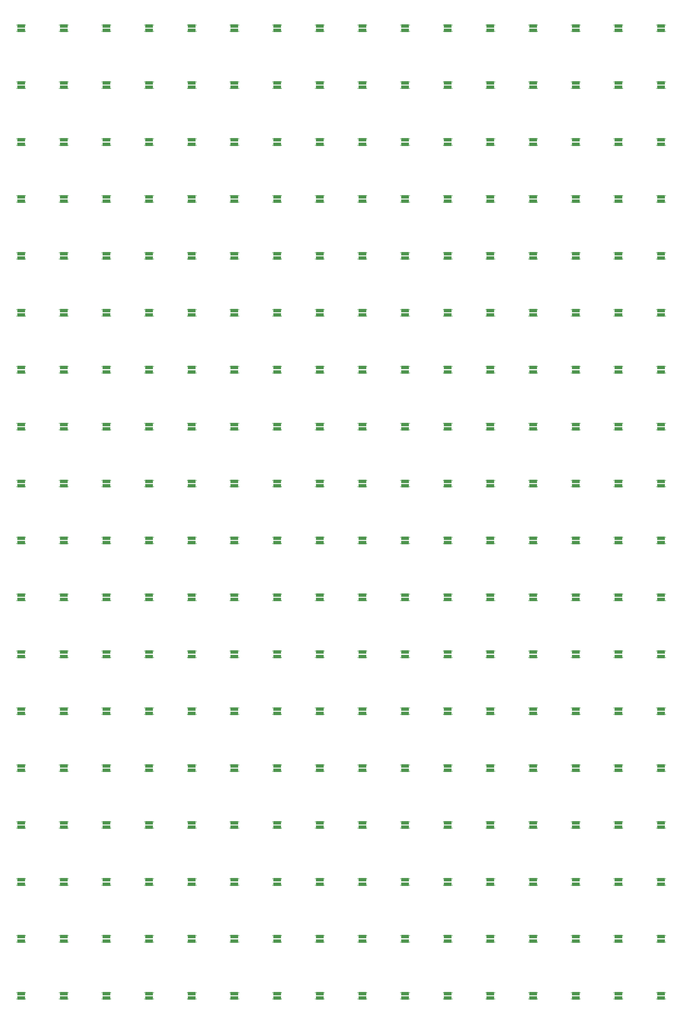
<source format=gtp>
%FSLAX25Y25*%
%MOIN*%
G70*
G01*
G75*
G04 Layer_Color=8421504*
%ADD10R,0.10827X0.16929*%
%ADD11R,0.10827X0.22835*%
%ADD12R,0.11024X0.04921*%
%ADD13R,0.01378X0.02165*%
%ADD14R,0.19685X0.39370*%
%ADD15O,0.15748X0.31102*%
%ADD16O,0.15748X0.29134*%
%ADD17C,0.23622*%
%ADD18C,0.15748*%
%ADD19C,0.01181*%
%ADD20C,0.00100*%
%ADD21C,0.03937*%
%ADD22R,0.10630X0.04528*%
%ADD23R,0.00984X0.01772*%
D22*
X-442913Y672342D02*
D03*
Y666240D02*
D03*
X-383858Y672342D02*
D03*
Y666240D02*
D03*
X-324803Y672342D02*
D03*
Y666240D02*
D03*
X-265748Y672342D02*
D03*
Y666240D02*
D03*
X-206693Y672342D02*
D03*
Y666240D02*
D03*
X-147638Y672342D02*
D03*
Y666240D02*
D03*
X-88583Y672342D02*
D03*
Y666240D02*
D03*
X-29528Y672342D02*
D03*
Y666240D02*
D03*
X29528Y672342D02*
D03*
Y666240D02*
D03*
X88583Y672342D02*
D03*
Y666240D02*
D03*
X147638Y672342D02*
D03*
Y666240D02*
D03*
X206693Y672342D02*
D03*
Y666240D02*
D03*
X265748Y672342D02*
D03*
Y666240D02*
D03*
X324803Y672342D02*
D03*
Y666240D02*
D03*
X383858Y672342D02*
D03*
Y666240D02*
D03*
X442913Y672342D02*
D03*
Y666240D02*
D03*
X-442913Y593602D02*
D03*
Y587500D02*
D03*
X-383858Y593602D02*
D03*
Y587500D02*
D03*
X-324803Y593602D02*
D03*
Y587500D02*
D03*
X-265748Y593602D02*
D03*
Y587500D02*
D03*
X-206693Y593602D02*
D03*
Y587500D02*
D03*
X-147638Y593602D02*
D03*
Y587500D02*
D03*
X-88583Y593602D02*
D03*
Y587500D02*
D03*
X-29528Y593602D02*
D03*
Y587500D02*
D03*
X29528Y593602D02*
D03*
Y587500D02*
D03*
X88583Y593602D02*
D03*
Y587500D02*
D03*
X147638Y593602D02*
D03*
Y587500D02*
D03*
X206693Y593602D02*
D03*
Y587500D02*
D03*
X265748Y593602D02*
D03*
Y587500D02*
D03*
X324803Y593602D02*
D03*
Y587500D02*
D03*
X383858Y593602D02*
D03*
Y587500D02*
D03*
X442913Y593602D02*
D03*
Y587500D02*
D03*
X-442913Y514862D02*
D03*
Y508760D02*
D03*
X-383858Y514862D02*
D03*
Y508760D02*
D03*
X-324803Y514862D02*
D03*
Y508760D02*
D03*
X-265748Y514862D02*
D03*
Y508760D02*
D03*
X-206693Y514862D02*
D03*
Y508760D02*
D03*
X-147638Y514862D02*
D03*
Y508760D02*
D03*
X-88583Y514862D02*
D03*
Y508760D02*
D03*
X-29528Y514862D02*
D03*
Y508760D02*
D03*
X29528Y514862D02*
D03*
Y508760D02*
D03*
X88583Y514862D02*
D03*
Y508760D02*
D03*
X147638Y514862D02*
D03*
Y508760D02*
D03*
X206693Y514862D02*
D03*
Y508760D02*
D03*
X265748Y514862D02*
D03*
Y508760D02*
D03*
X324803Y514862D02*
D03*
Y508760D02*
D03*
X383858Y514862D02*
D03*
Y508760D02*
D03*
X442913Y514862D02*
D03*
Y508760D02*
D03*
X-442913Y436122D02*
D03*
Y430020D02*
D03*
X-383858Y436122D02*
D03*
Y430020D02*
D03*
X-324803Y436122D02*
D03*
Y430020D02*
D03*
X-265748Y436122D02*
D03*
Y430020D02*
D03*
X-206693Y436122D02*
D03*
Y430020D02*
D03*
X-147638Y436122D02*
D03*
Y430020D02*
D03*
X-88583Y436122D02*
D03*
Y430020D02*
D03*
X-29528Y436122D02*
D03*
Y430020D02*
D03*
X29528Y436122D02*
D03*
Y430020D02*
D03*
X88583Y436122D02*
D03*
Y430020D02*
D03*
X147638Y436122D02*
D03*
Y430020D02*
D03*
X206693Y436122D02*
D03*
Y430020D02*
D03*
X265748Y436122D02*
D03*
Y430020D02*
D03*
X324803Y436122D02*
D03*
Y430020D02*
D03*
X383858Y436122D02*
D03*
Y430020D02*
D03*
X442913Y436122D02*
D03*
Y430020D02*
D03*
X-442913Y357382D02*
D03*
Y351279D02*
D03*
X-383858Y357382D02*
D03*
Y351279D02*
D03*
X-324803Y357382D02*
D03*
Y351279D02*
D03*
X-265748Y357382D02*
D03*
Y351279D02*
D03*
X-206693Y357382D02*
D03*
Y351279D02*
D03*
X-147638Y357382D02*
D03*
Y351279D02*
D03*
X-88583Y357382D02*
D03*
Y351279D02*
D03*
X-29528Y357382D02*
D03*
Y351279D02*
D03*
X29528Y357382D02*
D03*
Y351279D02*
D03*
X88583Y357382D02*
D03*
Y351279D02*
D03*
X147638Y357382D02*
D03*
Y351279D02*
D03*
X206693Y357382D02*
D03*
Y351279D02*
D03*
X265748Y357382D02*
D03*
Y351279D02*
D03*
X324803Y357382D02*
D03*
Y351279D02*
D03*
X383858Y357382D02*
D03*
Y351279D02*
D03*
X442913Y357382D02*
D03*
Y351279D02*
D03*
X-442913Y278642D02*
D03*
Y272539D02*
D03*
X-383858Y278642D02*
D03*
Y272539D02*
D03*
X-324803Y278642D02*
D03*
Y272539D02*
D03*
X-265748Y278642D02*
D03*
Y272539D02*
D03*
X-206693Y278642D02*
D03*
Y272539D02*
D03*
X-147638Y278642D02*
D03*
Y272539D02*
D03*
X-88583Y278642D02*
D03*
Y272539D02*
D03*
X-29528Y278642D02*
D03*
Y272539D02*
D03*
X29528Y278642D02*
D03*
Y272539D02*
D03*
X88583Y278642D02*
D03*
Y272539D02*
D03*
X147638Y278642D02*
D03*
Y272539D02*
D03*
X206693Y278642D02*
D03*
Y272539D02*
D03*
X265748Y278642D02*
D03*
Y272539D02*
D03*
X324803Y278642D02*
D03*
Y272539D02*
D03*
X383858Y278642D02*
D03*
Y272539D02*
D03*
X442913Y278642D02*
D03*
Y272539D02*
D03*
X-442913Y199901D02*
D03*
Y193799D02*
D03*
X-383858Y199901D02*
D03*
Y193799D02*
D03*
X-324803Y199901D02*
D03*
Y193799D02*
D03*
X-265748Y199901D02*
D03*
Y193799D02*
D03*
X-206693Y199901D02*
D03*
Y193799D02*
D03*
X-147638Y199901D02*
D03*
Y193799D02*
D03*
X-88583Y199901D02*
D03*
Y193799D02*
D03*
X-29528Y199901D02*
D03*
Y193799D02*
D03*
X29528Y199901D02*
D03*
Y193799D02*
D03*
X88583Y199901D02*
D03*
Y193799D02*
D03*
X147638Y199901D02*
D03*
Y193799D02*
D03*
X206693Y199901D02*
D03*
Y193799D02*
D03*
X265748Y199901D02*
D03*
Y193799D02*
D03*
X324803Y199901D02*
D03*
Y193799D02*
D03*
X383858Y199901D02*
D03*
Y193799D02*
D03*
X442913Y199901D02*
D03*
Y193799D02*
D03*
X-442913Y121161D02*
D03*
Y115059D02*
D03*
X-383858Y121161D02*
D03*
Y115059D02*
D03*
X-324803Y121161D02*
D03*
Y115059D02*
D03*
X-265748Y121161D02*
D03*
Y115059D02*
D03*
X-206693Y121161D02*
D03*
Y115059D02*
D03*
X-147638Y121161D02*
D03*
Y115059D02*
D03*
X-88583Y121161D02*
D03*
Y115059D02*
D03*
X-29528Y121161D02*
D03*
Y115059D02*
D03*
X29528Y121161D02*
D03*
Y115059D02*
D03*
X88583Y121161D02*
D03*
Y115059D02*
D03*
X147638Y121161D02*
D03*
Y115059D02*
D03*
X206693Y121161D02*
D03*
Y115059D02*
D03*
X265748Y121161D02*
D03*
Y115059D02*
D03*
X324803Y121161D02*
D03*
Y115059D02*
D03*
X383858Y121161D02*
D03*
Y115059D02*
D03*
X442913Y121161D02*
D03*
Y115059D02*
D03*
X-442913Y42421D02*
D03*
Y36319D02*
D03*
X-383858Y42421D02*
D03*
Y36319D02*
D03*
X-324803Y42421D02*
D03*
Y36319D02*
D03*
X-265748Y42421D02*
D03*
Y36319D02*
D03*
X-206693Y42421D02*
D03*
Y36319D02*
D03*
X-147638Y42421D02*
D03*
Y36319D02*
D03*
X-88583Y42421D02*
D03*
Y36319D02*
D03*
X-29528Y42421D02*
D03*
Y36319D02*
D03*
X29528Y42421D02*
D03*
Y36319D02*
D03*
X88583Y42421D02*
D03*
Y36319D02*
D03*
X147638Y42421D02*
D03*
Y36319D02*
D03*
X206693Y42421D02*
D03*
Y36319D02*
D03*
X265748Y42421D02*
D03*
Y36319D02*
D03*
X324803Y42421D02*
D03*
Y36319D02*
D03*
X383858Y42421D02*
D03*
Y36319D02*
D03*
X442913Y42421D02*
D03*
Y36319D02*
D03*
X-442913Y-36319D02*
D03*
Y-42421D02*
D03*
X-383858Y-36319D02*
D03*
Y-42421D02*
D03*
X-324803Y-36319D02*
D03*
Y-42421D02*
D03*
X-265748Y-36319D02*
D03*
Y-42421D02*
D03*
X-206693Y-36319D02*
D03*
Y-42421D02*
D03*
X-147638Y-36319D02*
D03*
Y-42421D02*
D03*
X-88583Y-36319D02*
D03*
Y-42421D02*
D03*
X-29528Y-36319D02*
D03*
Y-42421D02*
D03*
X29528Y-36319D02*
D03*
Y-42421D02*
D03*
X88583Y-36319D02*
D03*
Y-42421D02*
D03*
X147638Y-36319D02*
D03*
Y-42421D02*
D03*
X206693Y-36319D02*
D03*
Y-42421D02*
D03*
X265748Y-36319D02*
D03*
Y-42421D02*
D03*
X324803Y-36319D02*
D03*
Y-42421D02*
D03*
X383858Y-36319D02*
D03*
Y-42421D02*
D03*
X442913Y-36319D02*
D03*
Y-42421D02*
D03*
X-442913Y-115059D02*
D03*
Y-121161D02*
D03*
X-383858Y-115059D02*
D03*
Y-121161D02*
D03*
X-324803Y-115059D02*
D03*
Y-121161D02*
D03*
X-265748Y-115059D02*
D03*
Y-121161D02*
D03*
X-206693Y-115059D02*
D03*
Y-121161D02*
D03*
X-147638Y-115059D02*
D03*
Y-121161D02*
D03*
X-88583Y-115059D02*
D03*
Y-121161D02*
D03*
X-29528Y-115059D02*
D03*
Y-121161D02*
D03*
X29528Y-115059D02*
D03*
Y-121161D02*
D03*
X88583Y-115059D02*
D03*
Y-121161D02*
D03*
X147638Y-115059D02*
D03*
Y-121161D02*
D03*
X206693Y-115059D02*
D03*
Y-121161D02*
D03*
X265748Y-115059D02*
D03*
Y-121161D02*
D03*
X324803Y-115059D02*
D03*
Y-121161D02*
D03*
X383858Y-115059D02*
D03*
Y-121161D02*
D03*
X442913Y-115059D02*
D03*
Y-121161D02*
D03*
X-442913Y-193799D02*
D03*
Y-199902D02*
D03*
X-383858Y-193799D02*
D03*
Y-199902D02*
D03*
X-324803Y-193799D02*
D03*
Y-199902D02*
D03*
X-265748Y-193799D02*
D03*
Y-199902D02*
D03*
X-206693Y-193799D02*
D03*
Y-199902D02*
D03*
X-147638Y-193799D02*
D03*
Y-199902D02*
D03*
X-88583Y-193799D02*
D03*
Y-199902D02*
D03*
X-29528Y-193799D02*
D03*
Y-199902D02*
D03*
X29528Y-193799D02*
D03*
Y-199902D02*
D03*
X88583Y-193799D02*
D03*
Y-199902D02*
D03*
X147638Y-193799D02*
D03*
Y-199902D02*
D03*
X206693Y-193799D02*
D03*
Y-199902D02*
D03*
X265748Y-193799D02*
D03*
Y-199902D02*
D03*
X324803Y-193799D02*
D03*
Y-199902D02*
D03*
X383858Y-193799D02*
D03*
Y-199902D02*
D03*
X442913Y-193799D02*
D03*
Y-199902D02*
D03*
X-442913Y-272539D02*
D03*
Y-278642D02*
D03*
X-383858Y-272539D02*
D03*
Y-278642D02*
D03*
X-324803Y-272539D02*
D03*
Y-278642D02*
D03*
X-265748Y-272539D02*
D03*
Y-278642D02*
D03*
X-206693Y-272539D02*
D03*
Y-278642D02*
D03*
X-147638Y-272539D02*
D03*
Y-278642D02*
D03*
X-88583Y-272539D02*
D03*
Y-278642D02*
D03*
X-29528Y-272539D02*
D03*
Y-278642D02*
D03*
X29528Y-272539D02*
D03*
Y-278642D02*
D03*
X88583Y-272539D02*
D03*
Y-278642D02*
D03*
X147638Y-272539D02*
D03*
Y-278642D02*
D03*
X206693Y-272539D02*
D03*
Y-278642D02*
D03*
X265748Y-272539D02*
D03*
Y-278642D02*
D03*
X324803Y-272539D02*
D03*
Y-278642D02*
D03*
X383858Y-272539D02*
D03*
Y-278642D02*
D03*
X442913Y-272539D02*
D03*
Y-278642D02*
D03*
X-442913Y-351280D02*
D03*
Y-357382D02*
D03*
X-383858Y-351280D02*
D03*
Y-357382D02*
D03*
X-324803Y-351280D02*
D03*
Y-357382D02*
D03*
X-265748Y-351280D02*
D03*
Y-357382D02*
D03*
X-206693Y-351280D02*
D03*
Y-357382D02*
D03*
X-147638Y-351280D02*
D03*
Y-357382D02*
D03*
X-88583Y-351280D02*
D03*
Y-357382D02*
D03*
X-29528Y-351280D02*
D03*
Y-357382D02*
D03*
X29528Y-351280D02*
D03*
Y-357382D02*
D03*
X88583Y-351280D02*
D03*
Y-357382D02*
D03*
X147638Y-351280D02*
D03*
Y-357382D02*
D03*
X206693Y-351280D02*
D03*
Y-357382D02*
D03*
X265748Y-351280D02*
D03*
Y-357382D02*
D03*
X324803Y-351280D02*
D03*
Y-357382D02*
D03*
X383858Y-351280D02*
D03*
Y-357382D02*
D03*
X442913Y-351280D02*
D03*
Y-357382D02*
D03*
X-442913Y-430020D02*
D03*
Y-436122D02*
D03*
X-383858Y-430020D02*
D03*
Y-436122D02*
D03*
X-324803Y-430020D02*
D03*
Y-436122D02*
D03*
X-265748Y-430020D02*
D03*
Y-436122D02*
D03*
X-206693Y-430020D02*
D03*
Y-436122D02*
D03*
X-147638Y-430020D02*
D03*
Y-436122D02*
D03*
X-88583Y-430020D02*
D03*
Y-436122D02*
D03*
X-29528Y-430020D02*
D03*
Y-436122D02*
D03*
X29528Y-430020D02*
D03*
Y-436122D02*
D03*
X88583Y-430020D02*
D03*
Y-436122D02*
D03*
X147638Y-430020D02*
D03*
Y-436122D02*
D03*
X206693Y-430020D02*
D03*
Y-436122D02*
D03*
X265748Y-430020D02*
D03*
Y-436122D02*
D03*
X324803Y-430020D02*
D03*
Y-436122D02*
D03*
X383858Y-430020D02*
D03*
Y-436122D02*
D03*
X442913Y-430020D02*
D03*
Y-436122D02*
D03*
X-442913Y-508760D02*
D03*
Y-514862D02*
D03*
X-383858Y-508760D02*
D03*
Y-514862D02*
D03*
X-324803Y-508760D02*
D03*
Y-514862D02*
D03*
X-265748Y-508760D02*
D03*
Y-514862D02*
D03*
X-206693Y-508760D02*
D03*
Y-514862D02*
D03*
X-147638Y-508760D02*
D03*
Y-514862D02*
D03*
X-88583Y-508760D02*
D03*
Y-514862D02*
D03*
X-29528Y-508760D02*
D03*
Y-514862D02*
D03*
X29528Y-508760D02*
D03*
Y-514862D02*
D03*
X88583Y-508760D02*
D03*
Y-514862D02*
D03*
X147638Y-508760D02*
D03*
Y-514862D02*
D03*
X206693Y-508760D02*
D03*
Y-514862D02*
D03*
X265748Y-508760D02*
D03*
Y-514862D02*
D03*
X324803Y-508760D02*
D03*
Y-514862D02*
D03*
X383858Y-508760D02*
D03*
Y-514862D02*
D03*
X442913Y-508760D02*
D03*
Y-514862D02*
D03*
X-442913Y-587500D02*
D03*
Y-593602D02*
D03*
X-383858Y-587500D02*
D03*
Y-593602D02*
D03*
X-324803Y-587500D02*
D03*
Y-593602D02*
D03*
X-265748Y-587500D02*
D03*
Y-593602D02*
D03*
X-206693Y-587500D02*
D03*
Y-593602D02*
D03*
X-147638Y-587500D02*
D03*
Y-593602D02*
D03*
X-88583Y-587500D02*
D03*
Y-593602D02*
D03*
X-29528Y-587500D02*
D03*
Y-593602D02*
D03*
X29528Y-587500D02*
D03*
Y-593602D02*
D03*
X88583Y-587500D02*
D03*
Y-593602D02*
D03*
X147638Y-587500D02*
D03*
Y-593602D02*
D03*
X206693Y-587500D02*
D03*
Y-593602D02*
D03*
X265748Y-587500D02*
D03*
Y-593602D02*
D03*
X324803Y-587500D02*
D03*
Y-593602D02*
D03*
X383858Y-587500D02*
D03*
Y-593602D02*
D03*
X442913Y-587500D02*
D03*
Y-593602D02*
D03*
X-442913Y-666240D02*
D03*
Y-672342D02*
D03*
X-383858Y-666240D02*
D03*
Y-672342D02*
D03*
X-324803Y-666240D02*
D03*
Y-672342D02*
D03*
X-265748Y-666240D02*
D03*
Y-672342D02*
D03*
X-206693Y-666240D02*
D03*
Y-672342D02*
D03*
X-147638Y-666240D02*
D03*
Y-672342D02*
D03*
X-88583Y-666240D02*
D03*
Y-672342D02*
D03*
X-29528Y-666240D02*
D03*
Y-672342D02*
D03*
X29528Y-666240D02*
D03*
Y-672342D02*
D03*
X88583Y-666240D02*
D03*
Y-672342D02*
D03*
X147638Y-666240D02*
D03*
Y-672342D02*
D03*
X206693Y-666240D02*
D03*
Y-672342D02*
D03*
X265748Y-666240D02*
D03*
Y-672342D02*
D03*
X324803Y-666240D02*
D03*
Y-672342D02*
D03*
X383858Y-666240D02*
D03*
Y-672342D02*
D03*
X442913Y-666240D02*
D03*
Y-672342D02*
D03*
D23*
X-449114Y673721D02*
D03*
X-436713D02*
D03*
X-449114Y664862D02*
D03*
X-436713D02*
D03*
X-390059Y673721D02*
D03*
X-377658D02*
D03*
X-390059Y664862D02*
D03*
X-377658D02*
D03*
X-331004Y673721D02*
D03*
X-318602D02*
D03*
X-331004Y664862D02*
D03*
X-318602D02*
D03*
X-271949Y673721D02*
D03*
X-259547D02*
D03*
X-271949Y664862D02*
D03*
X-259547D02*
D03*
X-212894Y673721D02*
D03*
X-200492D02*
D03*
X-212894Y664862D02*
D03*
X-200492D02*
D03*
X-153839Y673721D02*
D03*
X-141437D02*
D03*
X-153839Y664862D02*
D03*
X-141437D02*
D03*
X-94784Y673721D02*
D03*
X-82382D02*
D03*
X-94784Y664862D02*
D03*
X-82382D02*
D03*
X-35728Y673721D02*
D03*
X-23327D02*
D03*
X-35728Y664862D02*
D03*
X-23327D02*
D03*
X23327Y673720D02*
D03*
X35728D02*
D03*
X23327Y664862D02*
D03*
X35728D02*
D03*
X82382Y673720D02*
D03*
X94784D02*
D03*
X82382Y664862D02*
D03*
X94784D02*
D03*
X141437Y673720D02*
D03*
X153839D02*
D03*
X141437Y664862D02*
D03*
X153839D02*
D03*
X200492Y673720D02*
D03*
X212894D02*
D03*
X200492Y664862D02*
D03*
X212894D02*
D03*
X259547Y673720D02*
D03*
X271949D02*
D03*
X259547Y664862D02*
D03*
X271949D02*
D03*
X318602Y673720D02*
D03*
X331004D02*
D03*
X318602Y664862D02*
D03*
X331004D02*
D03*
X377658Y673720D02*
D03*
X390059D02*
D03*
X377658Y664862D02*
D03*
X390059D02*
D03*
X436713Y673720D02*
D03*
X449114D02*
D03*
X436713Y664862D02*
D03*
X449114D02*
D03*
X-449114Y594980D02*
D03*
X-436713D02*
D03*
X-449114Y586122D02*
D03*
X-436713D02*
D03*
X-390059Y594980D02*
D03*
X-377658D02*
D03*
X-390059Y586122D02*
D03*
X-377658D02*
D03*
X-331004Y594980D02*
D03*
X-318602D02*
D03*
X-331004Y586122D02*
D03*
X-318602D02*
D03*
X-271949Y594980D02*
D03*
X-259547D02*
D03*
X-271949Y586122D02*
D03*
X-259547D02*
D03*
X-212894Y594980D02*
D03*
X-200492D02*
D03*
X-212894Y586122D02*
D03*
X-200492D02*
D03*
X-153839Y594980D02*
D03*
X-141437D02*
D03*
X-153839Y586122D02*
D03*
X-141437D02*
D03*
X-94784Y594980D02*
D03*
X-82382D02*
D03*
X-94784Y586122D02*
D03*
X-82382D02*
D03*
X-35728Y594980D02*
D03*
X-23327D02*
D03*
X-35728Y586122D02*
D03*
X-23327D02*
D03*
X23327Y594980D02*
D03*
X35728D02*
D03*
X23327Y586122D02*
D03*
X35728D02*
D03*
X82382Y594980D02*
D03*
X94784D02*
D03*
X82382Y586122D02*
D03*
X94784D02*
D03*
X141437Y594980D02*
D03*
X153839D02*
D03*
X141437Y586122D02*
D03*
X153839D02*
D03*
X200492Y594980D02*
D03*
X212894D02*
D03*
X200492Y586122D02*
D03*
X212894D02*
D03*
X259547Y594980D02*
D03*
X271949D02*
D03*
X259547Y586122D02*
D03*
X271949D02*
D03*
X318602Y594980D02*
D03*
X331004D02*
D03*
X318602Y586122D02*
D03*
X331004D02*
D03*
X377658Y594980D02*
D03*
X390059D02*
D03*
X377658Y586122D02*
D03*
X390059D02*
D03*
X436713Y594980D02*
D03*
X449114D02*
D03*
X436713Y586122D02*
D03*
X449114D02*
D03*
X-449114Y516240D02*
D03*
X-436713D02*
D03*
X-449114Y507382D02*
D03*
X-436713D02*
D03*
X-390059Y516240D02*
D03*
X-377658D02*
D03*
X-390059Y507382D02*
D03*
X-377658D02*
D03*
X-331004Y516240D02*
D03*
X-318602D02*
D03*
X-331004Y507382D02*
D03*
X-318602D02*
D03*
X-271949Y516240D02*
D03*
X-259547D02*
D03*
X-271949Y507382D02*
D03*
X-259547D02*
D03*
X-212894Y516240D02*
D03*
X-200492D02*
D03*
X-212894Y507382D02*
D03*
X-200492D02*
D03*
X-153839Y516240D02*
D03*
X-141437D02*
D03*
X-153839Y507382D02*
D03*
X-141437D02*
D03*
X-94784Y516240D02*
D03*
X-82382D02*
D03*
X-94784Y507382D02*
D03*
X-82382D02*
D03*
X-35728Y516240D02*
D03*
X-23327D02*
D03*
X-35728Y507382D02*
D03*
X-23327D02*
D03*
X23327Y516240D02*
D03*
X35728D02*
D03*
X23327Y507382D02*
D03*
X35728D02*
D03*
X82382Y516240D02*
D03*
X94784D02*
D03*
X82382Y507382D02*
D03*
X94784D02*
D03*
X141437Y516240D02*
D03*
X153839D02*
D03*
X141437Y507382D02*
D03*
X153839D02*
D03*
X200492Y516240D02*
D03*
X212894D02*
D03*
X200492Y507382D02*
D03*
X212894D02*
D03*
X259547Y516240D02*
D03*
X271949D02*
D03*
X259547Y507382D02*
D03*
X271949D02*
D03*
X318602Y516240D02*
D03*
X331004D02*
D03*
X318602Y507382D02*
D03*
X331004D02*
D03*
X377658Y516240D02*
D03*
X390059D02*
D03*
X377658Y507382D02*
D03*
X390059D02*
D03*
X436713Y516240D02*
D03*
X449114D02*
D03*
X436713Y507382D02*
D03*
X449114D02*
D03*
X-449114Y437500D02*
D03*
X-436713D02*
D03*
X-449114Y428642D02*
D03*
X-436713D02*
D03*
X-390059Y437500D02*
D03*
X-377658D02*
D03*
X-390059Y428642D02*
D03*
X-377658D02*
D03*
X-331004Y437500D02*
D03*
X-318602D02*
D03*
X-331004Y428642D02*
D03*
X-318602D02*
D03*
X-271949Y437500D02*
D03*
X-259547D02*
D03*
X-271949Y428642D02*
D03*
X-259547D02*
D03*
X-212894Y437500D02*
D03*
X-200492D02*
D03*
X-212894Y428642D02*
D03*
X-200492D02*
D03*
X-153839Y437500D02*
D03*
X-141437D02*
D03*
X-153839Y428642D02*
D03*
X-141437D02*
D03*
X-94784Y437500D02*
D03*
X-82382D02*
D03*
X-94784Y428642D02*
D03*
X-82382D02*
D03*
X-35728Y437500D02*
D03*
X-23327D02*
D03*
X-35728Y428642D02*
D03*
X-23327D02*
D03*
X23327Y437500D02*
D03*
X35728D02*
D03*
X23327Y428642D02*
D03*
X35728D02*
D03*
X82382Y437500D02*
D03*
X94784D02*
D03*
X82382Y428642D02*
D03*
X94784D02*
D03*
X141437Y437500D02*
D03*
X153839D02*
D03*
X141437Y428642D02*
D03*
X153839D02*
D03*
X200492Y437500D02*
D03*
X212894D02*
D03*
X200492Y428642D02*
D03*
X212894D02*
D03*
X259547Y437500D02*
D03*
X271949D02*
D03*
X259547Y428642D02*
D03*
X271949D02*
D03*
X318602Y437500D02*
D03*
X331004D02*
D03*
X318602Y428642D02*
D03*
X331004D02*
D03*
X377658Y437500D02*
D03*
X390059D02*
D03*
X377658Y428642D02*
D03*
X390059D02*
D03*
X436713Y437500D02*
D03*
X449114D02*
D03*
X436713Y428642D02*
D03*
X449114D02*
D03*
X-449114Y358760D02*
D03*
X-436713D02*
D03*
X-449114Y349902D02*
D03*
X-436713D02*
D03*
X-390059Y358760D02*
D03*
X-377658D02*
D03*
X-390059Y349902D02*
D03*
X-377658D02*
D03*
X-331004Y358760D02*
D03*
X-318602D02*
D03*
X-331004Y349902D02*
D03*
X-318602D02*
D03*
X-271949Y358760D02*
D03*
X-259547D02*
D03*
X-271949Y349902D02*
D03*
X-259547D02*
D03*
X-212894Y358760D02*
D03*
X-200492D02*
D03*
X-212894Y349902D02*
D03*
X-200492D02*
D03*
X-153839Y358760D02*
D03*
X-141437D02*
D03*
X-153839Y349902D02*
D03*
X-141437D02*
D03*
X-94784Y358760D02*
D03*
X-82382D02*
D03*
X-94784Y349902D02*
D03*
X-82382D02*
D03*
X-35728Y358760D02*
D03*
X-23327D02*
D03*
X-35728Y349902D02*
D03*
X-23327D02*
D03*
X23327Y358760D02*
D03*
X35728D02*
D03*
X23327Y349902D02*
D03*
X35728D02*
D03*
X82382Y358760D02*
D03*
X94784D02*
D03*
X82382Y349902D02*
D03*
X94784D02*
D03*
X141437Y358760D02*
D03*
X153839D02*
D03*
X141437Y349902D02*
D03*
X153839D02*
D03*
X200492Y358760D02*
D03*
X212894D02*
D03*
X200492Y349902D02*
D03*
X212894D02*
D03*
X259547Y358760D02*
D03*
X271949D02*
D03*
X259547Y349902D02*
D03*
X271949D02*
D03*
X318602Y358760D02*
D03*
X331004D02*
D03*
X318602Y349902D02*
D03*
X331004D02*
D03*
X377658Y358760D02*
D03*
X390059D02*
D03*
X377658Y349902D02*
D03*
X390059D02*
D03*
X436713Y358760D02*
D03*
X449114D02*
D03*
X436713Y349902D02*
D03*
X449114D02*
D03*
X-449114Y280020D02*
D03*
X-436713D02*
D03*
X-449114Y271161D02*
D03*
X-436713D02*
D03*
X-390059Y280020D02*
D03*
X-377658D02*
D03*
X-390059Y271161D02*
D03*
X-377658D02*
D03*
X-331004Y280020D02*
D03*
X-318602D02*
D03*
X-331004Y271161D02*
D03*
X-318602D02*
D03*
X-271949Y280020D02*
D03*
X-259547D02*
D03*
X-271949Y271161D02*
D03*
X-259547D02*
D03*
X-212894Y280020D02*
D03*
X-200492D02*
D03*
X-212894Y271161D02*
D03*
X-200492D02*
D03*
X-153839Y280020D02*
D03*
X-141437D02*
D03*
X-153839Y271161D02*
D03*
X-141437D02*
D03*
X-94784Y280020D02*
D03*
X-82382D02*
D03*
X-94784Y271161D02*
D03*
X-82382D02*
D03*
X-35728Y280020D02*
D03*
X-23327D02*
D03*
X-35728Y271161D02*
D03*
X-23327D02*
D03*
X23327Y280020D02*
D03*
X35728D02*
D03*
X23327Y271161D02*
D03*
X35728D02*
D03*
X82382Y280020D02*
D03*
X94784D02*
D03*
X82382Y271161D02*
D03*
X94784D02*
D03*
X141437Y280020D02*
D03*
X153839D02*
D03*
X141437Y271161D02*
D03*
X153839D02*
D03*
X200492Y280020D02*
D03*
X212894D02*
D03*
X200492Y271161D02*
D03*
X212894D02*
D03*
X259547Y280020D02*
D03*
X271949D02*
D03*
X259547Y271161D02*
D03*
X271949D02*
D03*
X318602Y280020D02*
D03*
X331004D02*
D03*
X318602Y271161D02*
D03*
X331004D02*
D03*
X377658Y280020D02*
D03*
X390059D02*
D03*
X377658Y271161D02*
D03*
X390059D02*
D03*
X436713Y280020D02*
D03*
X449114D02*
D03*
X436713Y271161D02*
D03*
X449114D02*
D03*
X-449114Y201279D02*
D03*
X-436713D02*
D03*
X-449114Y192421D02*
D03*
X-436713D02*
D03*
X-390059Y201279D02*
D03*
X-377658D02*
D03*
X-390059Y192421D02*
D03*
X-377658D02*
D03*
X-331004Y201279D02*
D03*
X-318602D02*
D03*
X-331004Y192421D02*
D03*
X-318602D02*
D03*
X-271949Y201279D02*
D03*
X-259547D02*
D03*
X-271949Y192421D02*
D03*
X-259547D02*
D03*
X-212894Y201279D02*
D03*
X-200492D02*
D03*
X-212894Y192421D02*
D03*
X-200492D02*
D03*
X-153839Y201279D02*
D03*
X-141437D02*
D03*
X-153839Y192421D02*
D03*
X-141437D02*
D03*
X-94784Y201279D02*
D03*
X-82382D02*
D03*
X-94784Y192421D02*
D03*
X-82382D02*
D03*
X-35728Y201279D02*
D03*
X-23327D02*
D03*
X-35728Y192421D02*
D03*
X-23327D02*
D03*
X23327Y201279D02*
D03*
X35728D02*
D03*
X23327Y192421D02*
D03*
X35728D02*
D03*
X82382Y201279D02*
D03*
X94784D02*
D03*
X82382Y192421D02*
D03*
X94784D02*
D03*
X141437Y201279D02*
D03*
X153839D02*
D03*
X141437Y192421D02*
D03*
X153839D02*
D03*
X200492Y201279D02*
D03*
X212894D02*
D03*
X200492Y192421D02*
D03*
X212894D02*
D03*
X259547Y201279D02*
D03*
X271949D02*
D03*
X259547Y192421D02*
D03*
X271949D02*
D03*
X318602Y201279D02*
D03*
X331004D02*
D03*
X318602Y192421D02*
D03*
X331004D02*
D03*
X377658Y201279D02*
D03*
X390059D02*
D03*
X377658Y192421D02*
D03*
X390059D02*
D03*
X436713Y201279D02*
D03*
X449114D02*
D03*
X436713Y192421D02*
D03*
X449114D02*
D03*
X-449114Y122539D02*
D03*
X-436713D02*
D03*
X-449114Y113681D02*
D03*
X-436713D02*
D03*
X-390059Y122539D02*
D03*
X-377658D02*
D03*
X-390059Y113681D02*
D03*
X-377658D02*
D03*
X-331004Y122539D02*
D03*
X-318602D02*
D03*
X-331004Y113681D02*
D03*
X-318602D02*
D03*
X-271949Y122539D02*
D03*
X-259547D02*
D03*
X-271949Y113681D02*
D03*
X-259547D02*
D03*
X-212894Y122539D02*
D03*
X-200492D02*
D03*
X-212894Y113681D02*
D03*
X-200492D02*
D03*
X-153839Y122539D02*
D03*
X-141437D02*
D03*
X-153839Y113681D02*
D03*
X-141437D02*
D03*
X-94784Y122539D02*
D03*
X-82382D02*
D03*
X-94784Y113681D02*
D03*
X-82382D02*
D03*
X-35728Y122539D02*
D03*
X-23327D02*
D03*
X-35728Y113681D02*
D03*
X-23327D02*
D03*
X23327Y122539D02*
D03*
X35728D02*
D03*
X23327Y113681D02*
D03*
X35728D02*
D03*
X82382Y122539D02*
D03*
X94784D02*
D03*
X82382Y113681D02*
D03*
X94784D02*
D03*
X141437Y122539D02*
D03*
X153839D02*
D03*
X141437Y113681D02*
D03*
X153839D02*
D03*
X200492Y122539D02*
D03*
X212894D02*
D03*
X200492Y113681D02*
D03*
X212894D02*
D03*
X259547Y122539D02*
D03*
X271949D02*
D03*
X259547Y113681D02*
D03*
X271949D02*
D03*
X318602Y122539D02*
D03*
X331004D02*
D03*
X318602Y113681D02*
D03*
X331004D02*
D03*
X377658Y122539D02*
D03*
X390059D02*
D03*
X377658Y113681D02*
D03*
X390059D02*
D03*
X436713Y122539D02*
D03*
X449114D02*
D03*
X436713Y113681D02*
D03*
X449114D02*
D03*
X-449114Y43799D02*
D03*
X-436713D02*
D03*
X-449114Y34941D02*
D03*
X-436713D02*
D03*
X-390059Y43799D02*
D03*
X-377658D02*
D03*
X-390059Y34941D02*
D03*
X-377658D02*
D03*
X-331004Y43799D02*
D03*
X-318602D02*
D03*
X-331004Y34941D02*
D03*
X-318602D02*
D03*
X-271949Y43799D02*
D03*
X-259547D02*
D03*
X-271949Y34941D02*
D03*
X-259547D02*
D03*
X-212894Y43799D02*
D03*
X-200492D02*
D03*
X-212894Y34941D02*
D03*
X-200492D02*
D03*
X-153839Y43799D02*
D03*
X-141437D02*
D03*
X-153839Y34941D02*
D03*
X-141437D02*
D03*
X-94784Y43799D02*
D03*
X-82382D02*
D03*
X-94784Y34941D02*
D03*
X-82382D02*
D03*
X-35728Y43799D02*
D03*
X-23327D02*
D03*
X-35728Y34941D02*
D03*
X-23327D02*
D03*
X23327Y43799D02*
D03*
X35728D02*
D03*
X23327Y34941D02*
D03*
X35728D02*
D03*
X82382Y43799D02*
D03*
X94784D02*
D03*
X82382Y34941D02*
D03*
X94784D02*
D03*
X141437Y43799D02*
D03*
X153839D02*
D03*
X141437Y34941D02*
D03*
X153839D02*
D03*
X200492Y43799D02*
D03*
X212894D02*
D03*
X200492Y34941D02*
D03*
X212894D02*
D03*
X259547Y43799D02*
D03*
X271949D02*
D03*
X259547Y34941D02*
D03*
X271949D02*
D03*
X318602Y43799D02*
D03*
X331004D02*
D03*
X318602Y34941D02*
D03*
X331004D02*
D03*
X377658Y43799D02*
D03*
X390059D02*
D03*
X377658Y34941D02*
D03*
X390059D02*
D03*
X436713Y43799D02*
D03*
X449114D02*
D03*
X436713Y34941D02*
D03*
X449114D02*
D03*
X-449114Y-34941D02*
D03*
X-436713D02*
D03*
X-449114Y-43799D02*
D03*
X-436713D02*
D03*
X-390059Y-34941D02*
D03*
X-377658D02*
D03*
X-390059Y-43799D02*
D03*
X-377658D02*
D03*
X-331004Y-34941D02*
D03*
X-318602D02*
D03*
X-331004Y-43799D02*
D03*
X-318602D02*
D03*
X-271949Y-34941D02*
D03*
X-259547D02*
D03*
X-271949Y-43799D02*
D03*
X-259547D02*
D03*
X-212894Y-34941D02*
D03*
X-200492D02*
D03*
X-212894Y-43799D02*
D03*
X-200492D02*
D03*
X-153839Y-34941D02*
D03*
X-141437D02*
D03*
X-153839Y-43799D02*
D03*
X-141437D02*
D03*
X-94784Y-34941D02*
D03*
X-82382D02*
D03*
X-94784Y-43799D02*
D03*
X-82382D02*
D03*
X-35728Y-34941D02*
D03*
X-23327D02*
D03*
X-35728Y-43799D02*
D03*
X-23327D02*
D03*
X23327Y-34941D02*
D03*
X35728D02*
D03*
X23327Y-43799D02*
D03*
X35728D02*
D03*
X82382Y-34941D02*
D03*
X94784D02*
D03*
X82382Y-43799D02*
D03*
X94784D02*
D03*
X141437Y-34941D02*
D03*
X153839D02*
D03*
X141437Y-43799D02*
D03*
X153839D02*
D03*
X200492Y-34941D02*
D03*
X212894D02*
D03*
X200492Y-43799D02*
D03*
X212894D02*
D03*
X259547Y-34941D02*
D03*
X271949D02*
D03*
X259547Y-43799D02*
D03*
X271949D02*
D03*
X318602Y-34941D02*
D03*
X331004D02*
D03*
X318602Y-43799D02*
D03*
X331004D02*
D03*
X377658Y-34941D02*
D03*
X390059D02*
D03*
X377658Y-43799D02*
D03*
X390059D02*
D03*
X436713Y-34941D02*
D03*
X449114D02*
D03*
X436713Y-43799D02*
D03*
X449114D02*
D03*
X-449114Y-113681D02*
D03*
X-436713D02*
D03*
X-449114Y-122539D02*
D03*
X-436713D02*
D03*
X-390059Y-113681D02*
D03*
X-377658D02*
D03*
X-390059Y-122539D02*
D03*
X-377658D02*
D03*
X-331004Y-113681D02*
D03*
X-318602D02*
D03*
X-331004Y-122539D02*
D03*
X-318602D02*
D03*
X-271949Y-113681D02*
D03*
X-259547D02*
D03*
X-271949Y-122539D02*
D03*
X-259547D02*
D03*
X-212894Y-113681D02*
D03*
X-200492D02*
D03*
X-212894Y-122539D02*
D03*
X-200492D02*
D03*
X-153839Y-113681D02*
D03*
X-141437D02*
D03*
X-153839Y-122539D02*
D03*
X-141437D02*
D03*
X-94784Y-113681D02*
D03*
X-82382D02*
D03*
X-94784Y-122539D02*
D03*
X-82382D02*
D03*
X-35728Y-113681D02*
D03*
X-23327D02*
D03*
X-35728Y-122539D02*
D03*
X-23327D02*
D03*
X23327Y-113681D02*
D03*
X35728D02*
D03*
X23327Y-122539D02*
D03*
X35728D02*
D03*
X82382Y-113681D02*
D03*
X94784D02*
D03*
X82382Y-122539D02*
D03*
X94784D02*
D03*
X141437Y-113681D02*
D03*
X153839D02*
D03*
X141437Y-122539D02*
D03*
X153839D02*
D03*
X200492Y-113681D02*
D03*
X212894D02*
D03*
X200492Y-122539D02*
D03*
X212894D02*
D03*
X259547Y-113681D02*
D03*
X271949D02*
D03*
X259547Y-122539D02*
D03*
X271949D02*
D03*
X318602Y-113681D02*
D03*
X331004D02*
D03*
X318602Y-122539D02*
D03*
X331004D02*
D03*
X377658Y-113681D02*
D03*
X390059D02*
D03*
X377658Y-122539D02*
D03*
X390059D02*
D03*
X436713Y-113681D02*
D03*
X449114D02*
D03*
X436713Y-122539D02*
D03*
X449114D02*
D03*
X-449114Y-192421D02*
D03*
X-436713D02*
D03*
X-449114Y-201279D02*
D03*
X-436713D02*
D03*
X-390059Y-192421D02*
D03*
X-377658D02*
D03*
X-390059Y-201279D02*
D03*
X-377658D02*
D03*
X-331004Y-192421D02*
D03*
X-318602D02*
D03*
X-331004Y-201279D02*
D03*
X-318602D02*
D03*
X-271949Y-192421D02*
D03*
X-259547D02*
D03*
X-271949Y-201279D02*
D03*
X-259547D02*
D03*
X-212894Y-192421D02*
D03*
X-200492D02*
D03*
X-212894Y-201279D02*
D03*
X-200492D02*
D03*
X-153839Y-192421D02*
D03*
X-141437D02*
D03*
X-153839Y-201279D02*
D03*
X-141437D02*
D03*
X-94784Y-192421D02*
D03*
X-82382D02*
D03*
X-94784Y-201279D02*
D03*
X-82382D02*
D03*
X-35728Y-192421D02*
D03*
X-23327D02*
D03*
X-35728Y-201279D02*
D03*
X-23327D02*
D03*
X23327Y-192421D02*
D03*
X35728D02*
D03*
X23327Y-201279D02*
D03*
X35728D02*
D03*
X82382Y-192421D02*
D03*
X94784D02*
D03*
X82382Y-201279D02*
D03*
X94784D02*
D03*
X141437Y-192421D02*
D03*
X153839D02*
D03*
X141437Y-201279D02*
D03*
X153839D02*
D03*
X200492Y-192421D02*
D03*
X212894D02*
D03*
X200492Y-201279D02*
D03*
X212894D02*
D03*
X259547Y-192421D02*
D03*
X271949D02*
D03*
X259547Y-201279D02*
D03*
X271949D02*
D03*
X318602Y-192421D02*
D03*
X331004D02*
D03*
X318602Y-201279D02*
D03*
X331004D02*
D03*
X377658Y-192421D02*
D03*
X390059D02*
D03*
X377658Y-201279D02*
D03*
X390059D02*
D03*
X436713Y-192421D02*
D03*
X449114D02*
D03*
X436713Y-201279D02*
D03*
X449114D02*
D03*
X-449114Y-271162D02*
D03*
X-436713D02*
D03*
X-449114Y-280020D02*
D03*
X-436713D02*
D03*
X-390059Y-271162D02*
D03*
X-377658D02*
D03*
X-390059Y-280020D02*
D03*
X-377658D02*
D03*
X-331004Y-271162D02*
D03*
X-318602D02*
D03*
X-331004Y-280020D02*
D03*
X-318602D02*
D03*
X-271949Y-271162D02*
D03*
X-259547D02*
D03*
X-271949Y-280020D02*
D03*
X-259547D02*
D03*
X-212894Y-271162D02*
D03*
X-200492D02*
D03*
X-212894Y-280020D02*
D03*
X-200492D02*
D03*
X-153839Y-271162D02*
D03*
X-141437D02*
D03*
X-153839Y-280020D02*
D03*
X-141437D02*
D03*
X-94784Y-271162D02*
D03*
X-82382D02*
D03*
X-94784Y-280020D02*
D03*
X-82382D02*
D03*
X-35728Y-271162D02*
D03*
X-23327D02*
D03*
X-35728Y-280020D02*
D03*
X-23327D02*
D03*
X23327Y-271162D02*
D03*
X35728D02*
D03*
X23327Y-280020D02*
D03*
X35728D02*
D03*
X82382Y-271162D02*
D03*
X94784D02*
D03*
X82382Y-280020D02*
D03*
X94784D02*
D03*
X141437Y-271162D02*
D03*
X153839D02*
D03*
X141437Y-280020D02*
D03*
X153839D02*
D03*
X200492Y-271162D02*
D03*
X212894D02*
D03*
X200492Y-280020D02*
D03*
X212894D02*
D03*
X259547Y-271162D02*
D03*
X271949D02*
D03*
X259547Y-280020D02*
D03*
X271949D02*
D03*
X318602Y-271162D02*
D03*
X331004D02*
D03*
X318602Y-280020D02*
D03*
X331004D02*
D03*
X377658Y-271162D02*
D03*
X390059D02*
D03*
X377658Y-280020D02*
D03*
X390059D02*
D03*
X436713Y-271162D02*
D03*
X449114D02*
D03*
X436713Y-280020D02*
D03*
X449114D02*
D03*
X-449114Y-349902D02*
D03*
X-436713D02*
D03*
X-449114Y-358760D02*
D03*
X-436713D02*
D03*
X-390059Y-349902D02*
D03*
X-377658D02*
D03*
X-390059Y-358760D02*
D03*
X-377658D02*
D03*
X-331004Y-349902D02*
D03*
X-318602D02*
D03*
X-331004Y-358760D02*
D03*
X-318602D02*
D03*
X-271949Y-349902D02*
D03*
X-259547D02*
D03*
X-271949Y-358760D02*
D03*
X-259547D02*
D03*
X-212894Y-349902D02*
D03*
X-200492D02*
D03*
X-212894Y-358760D02*
D03*
X-200492D02*
D03*
X-153839Y-349902D02*
D03*
X-141437D02*
D03*
X-153839Y-358760D02*
D03*
X-141437D02*
D03*
X-94784Y-349902D02*
D03*
X-82382D02*
D03*
X-94784Y-358760D02*
D03*
X-82382D02*
D03*
X-35728Y-349902D02*
D03*
X-23327D02*
D03*
X-35728Y-358760D02*
D03*
X-23327D02*
D03*
X23327Y-349902D02*
D03*
X35728D02*
D03*
X23327Y-358760D02*
D03*
X35728D02*
D03*
X82382Y-349902D02*
D03*
X94784D02*
D03*
X82382Y-358760D02*
D03*
X94784D02*
D03*
X141437Y-349902D02*
D03*
X153839D02*
D03*
X141437Y-358760D02*
D03*
X153839D02*
D03*
X200492Y-349902D02*
D03*
X212894D02*
D03*
X200492Y-358760D02*
D03*
X212894D02*
D03*
X259547Y-349902D02*
D03*
X271949D02*
D03*
X259547Y-358760D02*
D03*
X271949D02*
D03*
X318602Y-349902D02*
D03*
X331004D02*
D03*
X318602Y-358760D02*
D03*
X331004D02*
D03*
X377658Y-349902D02*
D03*
X390059D02*
D03*
X377658Y-358760D02*
D03*
X390059D02*
D03*
X436713Y-349902D02*
D03*
X449114D02*
D03*
X436713Y-358760D02*
D03*
X449114D02*
D03*
X-449114Y-428642D02*
D03*
X-436713D02*
D03*
X-449114Y-437500D02*
D03*
X-436713D02*
D03*
X-390059Y-428642D02*
D03*
X-377658D02*
D03*
X-390059Y-437500D02*
D03*
X-377658D02*
D03*
X-331004Y-428642D02*
D03*
X-318602D02*
D03*
X-331004Y-437500D02*
D03*
X-318602D02*
D03*
X-271949Y-428642D02*
D03*
X-259547D02*
D03*
X-271949Y-437500D02*
D03*
X-259547D02*
D03*
X-212894Y-428642D02*
D03*
X-200492D02*
D03*
X-212894Y-437500D02*
D03*
X-200492D02*
D03*
X-153839Y-428642D02*
D03*
X-141437D02*
D03*
X-153839Y-437500D02*
D03*
X-141437D02*
D03*
X-94784Y-428642D02*
D03*
X-82382D02*
D03*
X-94784Y-437500D02*
D03*
X-82382D02*
D03*
X-35728Y-428642D02*
D03*
X-23327D02*
D03*
X-35728Y-437500D02*
D03*
X-23327D02*
D03*
X23327Y-428642D02*
D03*
X35728D02*
D03*
X23327Y-437500D02*
D03*
X35728D02*
D03*
X82382Y-428642D02*
D03*
X94784D02*
D03*
X82382Y-437500D02*
D03*
X94784D02*
D03*
X141437Y-428642D02*
D03*
X153839D02*
D03*
X141437Y-437500D02*
D03*
X153839D02*
D03*
X200492Y-428642D02*
D03*
X212894D02*
D03*
X200492Y-437500D02*
D03*
X212894D02*
D03*
X259547Y-428642D02*
D03*
X271949D02*
D03*
X259547Y-437500D02*
D03*
X271949D02*
D03*
X318602Y-428642D02*
D03*
X331004D02*
D03*
X318602Y-437500D02*
D03*
X331004D02*
D03*
X377658Y-428642D02*
D03*
X390059D02*
D03*
X377658Y-437500D02*
D03*
X390059D02*
D03*
X436713Y-428642D02*
D03*
X449114D02*
D03*
X436713Y-437500D02*
D03*
X449114D02*
D03*
X-449114Y-507382D02*
D03*
X-436713D02*
D03*
X-449114Y-516240D02*
D03*
X-436713D02*
D03*
X-390059Y-507382D02*
D03*
X-377658D02*
D03*
X-390059Y-516240D02*
D03*
X-377658D02*
D03*
X-331004Y-507382D02*
D03*
X-318602D02*
D03*
X-331004Y-516240D02*
D03*
X-318602D02*
D03*
X-271949Y-507382D02*
D03*
X-259547D02*
D03*
X-271949Y-516240D02*
D03*
X-259547D02*
D03*
X-212894Y-507382D02*
D03*
X-200492D02*
D03*
X-212894Y-516240D02*
D03*
X-200492D02*
D03*
X-153839Y-507382D02*
D03*
X-141437D02*
D03*
X-153839Y-516240D02*
D03*
X-141437D02*
D03*
X-94784Y-507382D02*
D03*
X-82382D02*
D03*
X-94784Y-516240D02*
D03*
X-82382D02*
D03*
X-35728Y-507382D02*
D03*
X-23327D02*
D03*
X-35728Y-516240D02*
D03*
X-23327D02*
D03*
X23327Y-507382D02*
D03*
X35728D02*
D03*
X23327Y-516240D02*
D03*
X35728D02*
D03*
X82382Y-507382D02*
D03*
X94784D02*
D03*
X82382Y-516240D02*
D03*
X94784D02*
D03*
X141437Y-507382D02*
D03*
X153839D02*
D03*
X141437Y-516240D02*
D03*
X153839D02*
D03*
X200492Y-507382D02*
D03*
X212894D02*
D03*
X200492Y-516240D02*
D03*
X212894D02*
D03*
X259547Y-507382D02*
D03*
X271949D02*
D03*
X259547Y-516240D02*
D03*
X271949D02*
D03*
X318602Y-507382D02*
D03*
X331004D02*
D03*
X318602Y-516240D02*
D03*
X331004D02*
D03*
X377658Y-507382D02*
D03*
X390059D02*
D03*
X377658Y-516240D02*
D03*
X390059D02*
D03*
X436713Y-507382D02*
D03*
X449114D02*
D03*
X436713Y-516240D02*
D03*
X449114D02*
D03*
X-449114Y-586122D02*
D03*
X-436713D02*
D03*
X-449114Y-594980D02*
D03*
X-436713D02*
D03*
X-390059Y-586122D02*
D03*
X-377658D02*
D03*
X-390059Y-594980D02*
D03*
X-377658D02*
D03*
X-331004Y-586122D02*
D03*
X-318602D02*
D03*
X-331004Y-594980D02*
D03*
X-318602D02*
D03*
X-271949Y-586122D02*
D03*
X-259547D02*
D03*
X-271949Y-594980D02*
D03*
X-259547D02*
D03*
X-212894Y-586122D02*
D03*
X-200492D02*
D03*
X-212894Y-594980D02*
D03*
X-200492D02*
D03*
X-153839Y-586122D02*
D03*
X-141437D02*
D03*
X-153839Y-594980D02*
D03*
X-141437D02*
D03*
X-94784Y-586122D02*
D03*
X-82382D02*
D03*
X-94784Y-594980D02*
D03*
X-82382D02*
D03*
X-35728Y-586122D02*
D03*
X-23327D02*
D03*
X-35728Y-594980D02*
D03*
X-23327D02*
D03*
X23327Y-586122D02*
D03*
X35728D02*
D03*
X23327Y-594980D02*
D03*
X35728D02*
D03*
X82382Y-586122D02*
D03*
X94784D02*
D03*
X82382Y-594980D02*
D03*
X94784D02*
D03*
X141437Y-586122D02*
D03*
X153839D02*
D03*
X141437Y-594980D02*
D03*
X153839D02*
D03*
X200492Y-586122D02*
D03*
X212894D02*
D03*
X200492Y-594980D02*
D03*
X212894D02*
D03*
X259547Y-586122D02*
D03*
X271949D02*
D03*
X259547Y-594980D02*
D03*
X271949D02*
D03*
X318602Y-586122D02*
D03*
X331004D02*
D03*
X318602Y-594980D02*
D03*
X331004D02*
D03*
X377658Y-586122D02*
D03*
X390059D02*
D03*
X377658Y-594980D02*
D03*
X390059D02*
D03*
X436713Y-586122D02*
D03*
X449114D02*
D03*
X436713Y-594980D02*
D03*
X449114D02*
D03*
X-449114Y-664862D02*
D03*
X-436713D02*
D03*
X-449114Y-673720D02*
D03*
X-436713D02*
D03*
X-390059Y-664862D02*
D03*
X-377658D02*
D03*
X-390059Y-673720D02*
D03*
X-377658D02*
D03*
X-331004Y-664862D02*
D03*
X-318602D02*
D03*
X-331004Y-673720D02*
D03*
X-318602D02*
D03*
X-271949Y-664862D02*
D03*
X-259547D02*
D03*
X-271949Y-673720D02*
D03*
X-259547D02*
D03*
X-212894Y-664862D02*
D03*
X-200492D02*
D03*
X-212894Y-673720D02*
D03*
X-200492D02*
D03*
X-153839Y-664862D02*
D03*
X-141437D02*
D03*
X-153839Y-673720D02*
D03*
X-141437D02*
D03*
X-94784Y-664862D02*
D03*
X-82382D02*
D03*
X-94784Y-673720D02*
D03*
X-82382D02*
D03*
X-35728Y-664862D02*
D03*
X-23327D02*
D03*
X-35728Y-673720D02*
D03*
X-23327D02*
D03*
X23327Y-664862D02*
D03*
X35728D02*
D03*
X23327Y-673720D02*
D03*
X35728D02*
D03*
X82382Y-664862D02*
D03*
X94784D02*
D03*
X82382Y-673720D02*
D03*
X94784D02*
D03*
X141437Y-664862D02*
D03*
X153839D02*
D03*
X141437Y-673720D02*
D03*
X153839D02*
D03*
X200492Y-664862D02*
D03*
X212894D02*
D03*
X200492Y-673720D02*
D03*
X212894D02*
D03*
X259547Y-664862D02*
D03*
X271949D02*
D03*
X259547Y-673720D02*
D03*
X271949D02*
D03*
X318602Y-664862D02*
D03*
X331004D02*
D03*
X318602Y-673720D02*
D03*
X331004D02*
D03*
X377658Y-664862D02*
D03*
X390059D02*
D03*
X377658Y-673720D02*
D03*
X390059D02*
D03*
X436713Y-664862D02*
D03*
X449114D02*
D03*
X436713Y-673720D02*
D03*
X449114D02*
D03*
M02*

</source>
